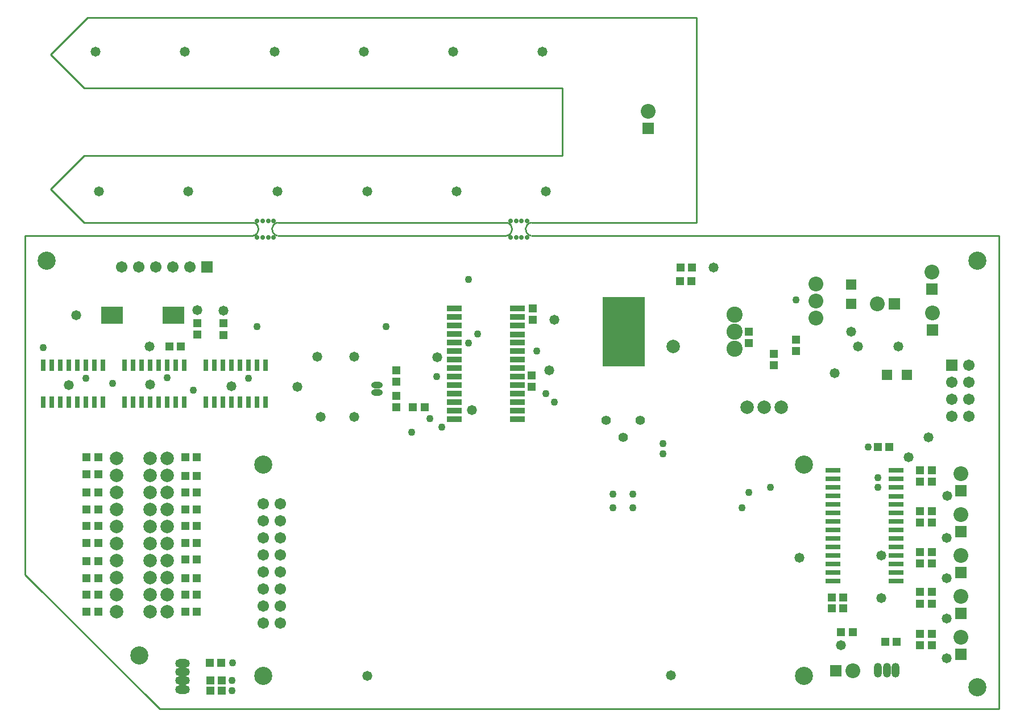
<source format=gts>
%FSLAX44Y44*%
%MOMM*%
G71*
G01*
G75*
G04 Layer_Color=8388736*
%ADD10R,1.4000X1.3000*%
%ADD11R,1.0000X1.1000*%
%ADD12R,0.6000X1.5500*%
%ADD13R,1.1000X1.0000*%
%ADD14R,2.0000X0.6000*%
%ADD15R,6.1000X10.1600*%
%ADD16R,3.0000X2.3000*%
%ADD17R,2.0000X0.7000*%
%ADD18R,1.3000X1.4000*%
%ADD19C,0.2540*%
%ADD20C,0.5000*%
%ADD21C,1.5000*%
%ADD22C,1.0000*%
%ADD23C,0.7000*%
%ADD24C,7.0000*%
%ADD25C,0.4000*%
%ADD26C,2.0000*%
%ADD27C,2.0000*%
%ADD28R,1.6000X1.6000*%
%ADD29R,1.6000X1.6000*%
%ADD30C,1.8000*%
%ADD31C,1.5000*%
%ADD32R,1.5000X1.5000*%
%ADD33O,2.0000X1.1000*%
%ADD34O,1.0000X2.0000*%
%ADD35C,0.5000*%
%ADD36C,1.2000*%
%ADD37C,2.5000*%
%ADD38R,1.5000X1.5000*%
%ADD39C,2.2000*%
%ADD40O,1.5000X0.7500*%
%ADD41C,0.9000*%
%ADD42C,1.2700*%
%ADD43C,0.2000*%
%ADD44C,0.1000*%
%ADD45C,0.2032*%
%ADD46R,1.6032X1.5032*%
%ADD47R,1.2032X1.3032*%
%ADD48R,0.8032X1.7532*%
%ADD49R,1.3032X1.2032*%
%ADD50R,2.2032X0.8032*%
%ADD51R,6.3032X10.3632*%
%ADD52R,3.2032X2.5032*%
%ADD53R,2.2032X0.9032*%
%ADD54R,1.5032X1.6032*%
%ADD55C,2.2032*%
%ADD56R,1.8032X1.8032*%
%ADD57R,1.8032X1.8032*%
%ADD58C,2.0032*%
%ADD59C,1.7032*%
%ADD60R,1.7032X1.7032*%
%ADD61O,2.2032X1.3032*%
%ADD62O,1.2032X2.2032*%
%ADD63C,0.7032*%
%ADD64C,1.4032*%
%ADD65C,2.7032*%
%ADD66R,1.7032X1.7032*%
%ADD67C,2.4032*%
%ADD68O,1.7032X0.9532*%
%ADD69C,1.1032*%
%ADD70C,1.4732*%
D19*
X338805Y705086D02*
G03*
X340088Y724659I-1305J9914D01*
G01*
X376195Y724914D02*
G03*
X374912Y705341I1305J-9914D01*
G01*
X753781Y724914D02*
G03*
X752498Y705341I1305J-9914D01*
G01*
X716392Y705086D02*
G03*
X717674Y724659I-1305J9914D01*
G01*
X-0Y200000D02*
Y705000D01*
Y200000D02*
X200000Y0D01*
X1450000D01*
Y705000D01*
X1450000Y705000D02*
X1450000Y705000D01*
X1000000Y705000D02*
X1450000D01*
X999915Y705086D02*
X1000000Y705000D01*
X753695Y705086D02*
X999915D01*
X753695Y724914D02*
X999914D01*
X1000000Y725000D01*
Y1030000D01*
X92500D02*
X1000000D01*
X37500Y975000D02*
X92500Y1030000D01*
X37500Y975000D02*
X87500Y925000D01*
X800000D01*
Y825000D02*
Y925000D01*
X87500Y825000D02*
X800000D01*
X37500Y775000D02*
X87500Y825000D01*
X37500Y775000D02*
X87500Y725000D01*
X339853D01*
X86Y705086D02*
X338805D01*
X-0Y705000D02*
X86Y705086D01*
X376195Y724914D02*
X717439D01*
X376195Y705086D02*
X716305D01*
D46*
X1230000Y632500D02*
D03*
Y603500D02*
D03*
D47*
X1147500Y533000D02*
D03*
Y550000D02*
D03*
X256000Y575000D02*
D03*
Y558000D02*
D03*
X295000Y574500D02*
D03*
Y557500D02*
D03*
X1115000Y529500D02*
D03*
Y512500D02*
D03*
X552500Y487500D02*
D03*
Y504500D02*
D03*
X552500Y466500D02*
D03*
Y449500D02*
D03*
X1332000Y217000D02*
D03*
Y234000D02*
D03*
X1350000D02*
D03*
Y217000D02*
D03*
X1332000Y278000D02*
D03*
Y295000D02*
D03*
X1350000Y295000D02*
D03*
Y278000D02*
D03*
Y356000D02*
D03*
Y339000D02*
D03*
X1332000Y339000D02*
D03*
Y356000D02*
D03*
Y157000D02*
D03*
Y174000D02*
D03*
Y95000D02*
D03*
Y112000D02*
D03*
X1350000D02*
D03*
Y95000D02*
D03*
X1350000Y174000D02*
D03*
Y157000D02*
D03*
X1077500Y562000D02*
D03*
Y545000D02*
D03*
X756000Y597000D02*
D03*
Y580000D02*
D03*
X754000Y480000D02*
D03*
Y497000D02*
D03*
D48*
X64650Y457000D02*
D03*
X77350D02*
D03*
X90050D02*
D03*
X102750D02*
D03*
X115450D02*
D03*
X51950D02*
D03*
X39250D02*
D03*
X26550D02*
D03*
Y512000D02*
D03*
X39250D02*
D03*
X51950D02*
D03*
X115450D02*
D03*
X102750D02*
D03*
X90050D02*
D03*
X77350D02*
D03*
X64650D02*
D03*
X185650Y457000D02*
D03*
X198350D02*
D03*
X211050D02*
D03*
X223750D02*
D03*
X236450D02*
D03*
X172950D02*
D03*
X160250D02*
D03*
X147550D02*
D03*
Y512000D02*
D03*
X160250D02*
D03*
X172950D02*
D03*
X236450D02*
D03*
X223750D02*
D03*
X211050D02*
D03*
X198350D02*
D03*
X185650D02*
D03*
X306650Y457000D02*
D03*
X319350D02*
D03*
X332050D02*
D03*
X344750D02*
D03*
X357450D02*
D03*
X293950D02*
D03*
X281250D02*
D03*
X268550D02*
D03*
Y512000D02*
D03*
X281250D02*
D03*
X293950D02*
D03*
X357450D02*
D03*
X344750D02*
D03*
X332050D02*
D03*
X319350D02*
D03*
X306650D02*
D03*
D49*
X594500Y450000D02*
D03*
X577500D02*
D03*
X992000Y637500D02*
D03*
X975000D02*
D03*
X1218000Y166000D02*
D03*
X1201000D02*
D03*
X1218000Y150000D02*
D03*
X1201000D02*
D03*
X1215000Y114000D02*
D03*
X1232000D02*
D03*
X1298000Y100000D02*
D03*
X1281000D02*
D03*
X1287000Y390000D02*
D03*
X1270000D02*
D03*
X292000Y69000D02*
D03*
X275000D02*
D03*
X293000Y42000D02*
D03*
X276000D02*
D03*
X293000Y27000D02*
D03*
X276000D02*
D03*
X255500Y145000D02*
D03*
X238500D02*
D03*
X255500Y170000D02*
D03*
X238500D02*
D03*
X255500Y195000D02*
D03*
X238500D02*
D03*
X255500Y222500D02*
D03*
X238500D02*
D03*
X255500Y247500D02*
D03*
X238500D02*
D03*
X255500Y272500D02*
D03*
X238500D02*
D03*
X255500Y297500D02*
D03*
X238500D02*
D03*
X255500Y322500D02*
D03*
X238500D02*
D03*
X255500Y347500D02*
D03*
X238500D02*
D03*
X255500Y375000D02*
D03*
X238500D02*
D03*
X91500Y322500D02*
D03*
X108500D02*
D03*
X91500Y297500D02*
D03*
X108500D02*
D03*
X91500Y272500D02*
D03*
X108500D02*
D03*
X91500Y247500D02*
D03*
X108500D02*
D03*
X91500Y220000D02*
D03*
X108500D02*
D03*
X91500Y195000D02*
D03*
X108500D02*
D03*
X91500Y170000D02*
D03*
X108500D02*
D03*
X91500Y145000D02*
D03*
X108500D02*
D03*
X91500Y350000D02*
D03*
X108500D02*
D03*
X91500Y375000D02*
D03*
X108500D02*
D03*
X975500Y657500D02*
D03*
X992500D02*
D03*
X232000Y540000D02*
D03*
X215000D02*
D03*
D50*
X1297000Y355700D02*
D03*
X1203000D02*
D03*
Y190600D02*
D03*
Y241400D02*
D03*
Y317600D02*
D03*
Y304900D02*
D03*
Y279500D02*
D03*
Y216000D02*
D03*
Y228700D02*
D03*
Y254100D02*
D03*
Y292200D02*
D03*
Y266800D02*
D03*
Y330300D02*
D03*
Y203300D02*
D03*
Y343000D02*
D03*
X1297000D02*
D03*
Y203300D02*
D03*
Y330300D02*
D03*
Y266800D02*
D03*
Y292200D02*
D03*
Y254100D02*
D03*
Y228700D02*
D03*
Y316900D02*
D03*
Y216000D02*
D03*
Y279500D02*
D03*
Y304900D02*
D03*
Y241400D02*
D03*
Y190600D02*
D03*
D51*
X891000Y562000D02*
D03*
D52*
X129000Y587000D02*
D03*
X221000D02*
D03*
D53*
X733000Y431600D02*
D03*
Y482400D02*
D03*
Y545900D02*
D03*
Y520500D02*
D03*
Y457000D02*
D03*
Y557900D02*
D03*
Y469700D02*
D03*
Y495100D02*
D03*
Y533200D02*
D03*
Y507800D02*
D03*
Y571300D02*
D03*
Y444300D02*
D03*
Y584000D02*
D03*
X639000D02*
D03*
Y444300D02*
D03*
Y571300D02*
D03*
Y507800D02*
D03*
Y533200D02*
D03*
Y495100D02*
D03*
Y469700D02*
D03*
Y457000D02*
D03*
Y520500D02*
D03*
Y545900D02*
D03*
Y558600D02*
D03*
Y482400D02*
D03*
Y431600D02*
D03*
Y596700D02*
D03*
X733000D02*
D03*
D54*
X1312500Y497500D02*
D03*
X1283500D02*
D03*
D55*
X1350000Y651400D02*
D03*
X1393000Y106400D02*
D03*
Y167400D02*
D03*
X1393000Y228400D02*
D03*
Y289400D02*
D03*
Y350400D02*
D03*
X1268600Y604000D02*
D03*
X1351000Y590400D02*
D03*
X927500Y890400D02*
D03*
X1232400Y57000D02*
D03*
X1177500Y632900D02*
D03*
Y582100D02*
D03*
Y607500D02*
D03*
D56*
X1350000Y626000D02*
D03*
X1393000Y81000D02*
D03*
Y142000D02*
D03*
X1393000Y203000D02*
D03*
Y264000D02*
D03*
Y325000D02*
D03*
X1351000Y565000D02*
D03*
X927500Y865000D02*
D03*
D57*
X1294000Y604000D02*
D03*
X1207000Y57000D02*
D03*
D58*
X1125400Y450000D02*
D03*
X1074600D02*
D03*
X1100000D02*
D03*
X186000Y145000D02*
D03*
Y170400D02*
D03*
Y196000D02*
D03*
Y221400D02*
D03*
Y297600D02*
D03*
Y323000D02*
D03*
Y246800D02*
D03*
Y272200D02*
D03*
Y348400D02*
D03*
Y373800D02*
D03*
X211000D02*
D03*
Y348400D02*
D03*
Y272200D02*
D03*
Y246800D02*
D03*
Y323000D02*
D03*
Y297600D02*
D03*
Y221400D02*
D03*
Y196000D02*
D03*
Y170400D02*
D03*
Y145000D02*
D03*
X136000Y373800D02*
D03*
Y348400D02*
D03*
Y272200D02*
D03*
Y246800D02*
D03*
Y323000D02*
D03*
Y297600D02*
D03*
Y221400D02*
D03*
Y196000D02*
D03*
Y170400D02*
D03*
Y145000D02*
D03*
X965000Y540000D02*
D03*
D59*
X1405400Y436300D02*
D03*
X1380000D02*
D03*
X1405400Y461700D02*
D03*
X1380000D02*
D03*
X1405400Y487100D02*
D03*
X1380000D02*
D03*
X1405400Y512500D02*
D03*
X245600Y659000D02*
D03*
X220200D02*
D03*
X194800D02*
D03*
X169400D02*
D03*
X144000D02*
D03*
X380000Y127800D02*
D03*
Y153200D02*
D03*
Y178600D02*
D03*
Y204000D02*
D03*
Y229400D02*
D03*
Y254800D02*
D03*
X354600D02*
D03*
Y305600D02*
D03*
Y280200D02*
D03*
Y127800D02*
D03*
Y229400D02*
D03*
Y204000D02*
D03*
Y178600D02*
D03*
Y153200D02*
D03*
X380000Y280200D02*
D03*
Y305600D02*
D03*
D60*
X1380000Y512500D02*
D03*
D61*
X234000Y29000D02*
D03*
Y42000D02*
D03*
Y55000D02*
D03*
Y68000D02*
D03*
D62*
X1269700Y58000D02*
D03*
X1283000D02*
D03*
X1296300D02*
D03*
D63*
X747500Y727500D02*
D03*
X739167D02*
D03*
X730833D02*
D03*
X722500D02*
D03*
Y702500D02*
D03*
X730833D02*
D03*
X739167D02*
D03*
X747500D02*
D03*
X370000D02*
D03*
X361667D02*
D03*
X353333D02*
D03*
X345000D02*
D03*
Y727500D02*
D03*
X353333D02*
D03*
X361667D02*
D03*
X370000D02*
D03*
D64*
X915400Y429950D02*
D03*
X890000Y404550D02*
D03*
X864600Y429950D02*
D03*
D65*
X170000Y80000D02*
D03*
X32000Y668000D02*
D03*
X1418000D02*
D03*
Y32000D02*
D03*
X354600Y364000D02*
D03*
X1159600D02*
D03*
Y49000D02*
D03*
X354600D02*
D03*
D66*
X271000Y659000D02*
D03*
D67*
X1056000Y536600D02*
D03*
Y587400D02*
D03*
Y562000D02*
D03*
D68*
X524000Y482600D02*
D03*
Y471900D02*
D03*
D69*
X1077500Y322500D02*
D03*
X575000Y412500D02*
D03*
X345000Y570000D02*
D03*
X537500D02*
D03*
X1067500Y300000D02*
D03*
X905000D02*
D03*
Y320000D02*
D03*
X250000Y475000D02*
D03*
X673600Y558600D02*
D03*
X660000Y640000D02*
D03*
Y545000D02*
D03*
X130000Y485000D02*
D03*
X26550Y538450D02*
D03*
X787500Y457500D02*
D03*
X602500Y432500D02*
D03*
X620000Y420000D02*
D03*
X761800Y533200D02*
D03*
X612600Y495100D02*
D03*
X332050Y492950D02*
D03*
X90050Y492550D02*
D03*
X211050Y493550D02*
D03*
X775000Y470000D02*
D03*
X1270000Y345000D02*
D03*
Y330000D02*
D03*
X875000Y320000D02*
D03*
Y300000D02*
D03*
X1110000Y330000D02*
D03*
X308000Y27000D02*
D03*
Y42000D02*
D03*
X309000Y69000D02*
D03*
X1255000Y390000D02*
D03*
X950000Y380000D02*
D03*
Y395000D02*
D03*
X1147500Y610000D02*
D03*
D70*
X1373250Y317500D02*
D03*
X1372500Y255000D02*
D03*
Y195000D02*
D03*
Y135000D02*
D03*
Y75000D02*
D03*
X1300000Y540000D02*
D03*
X1315000Y375000D02*
D03*
X105000Y980000D02*
D03*
X238000D02*
D03*
X371000D02*
D03*
X504000D02*
D03*
X770000D02*
D03*
X637000D02*
D03*
X642000Y771000D02*
D03*
X775000D02*
D03*
X509000D02*
D03*
X376000D02*
D03*
X243000D02*
D03*
X110000D02*
D03*
X1345000Y405000D02*
D03*
X961300Y50000D02*
D03*
X509300Y49300D02*
D03*
X1275000Y228700D02*
D03*
Y165000D02*
D03*
X1205000Y500000D02*
D03*
X405000Y480000D02*
D03*
X490000Y525000D02*
D03*
X435000D02*
D03*
X440000Y435000D02*
D03*
X490000D02*
D03*
X780000Y505000D02*
D03*
X665000Y445000D02*
D03*
X1215000Y95000D02*
D03*
X295000Y593500D02*
D03*
X185000Y540000D02*
D03*
X75500Y587000D02*
D03*
X1025000Y657500D02*
D03*
X1152500Y225000D02*
D03*
X64650Y482500D02*
D03*
X306650Y480850D02*
D03*
X185650Y483150D02*
D03*
X787500Y580000D02*
D03*
X613500Y524000D02*
D03*
X256000Y594000D02*
D03*
X1240000Y540000D02*
D03*
X1230000Y562500D02*
D03*
M02*

</source>
